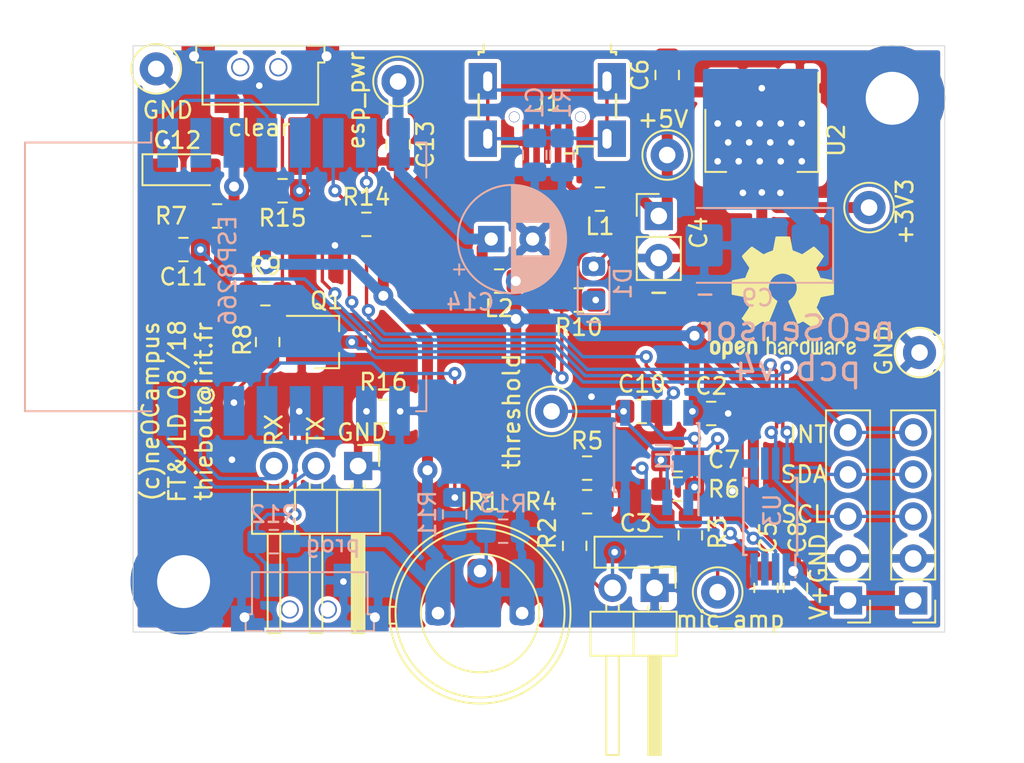
<source format=kicad_pcb>
(kicad_pcb (version 20171130) (host pcbnew "(5.1.8)-1")
  (title_block (title neOSensor) (date 2018-08-21) (rev v4))
  (layers (0 F.Cu jumper) (31 B.Cu signal) (34 B.Paste user) (35 F.Paste user) (36 B.SilkS user) (37 F.SilkS user) (38 B.Mask user) (39 F.Mask user) (44 Edge.Cuts user))
  (net 0 "")
  (net 1 "Net-(J1-Pad1)")
  (net 2 "Net-(J1-Pad2)")
  (net 3 "Net-(J1-Pad3)")
  (net 4 "Net-(J1-Pad4)")
  (net 5 GND)
  (net 6 "Net-(C1-Pad1)")
  (net 7 "Net-(Q1-Pad1)")
  (net 8 +3V3)
  (net 9 "Net-(IR1-Pad2)")
  (net 10 /RST)
  (net 11 "Net-(U4-Pad2)")
  (net 12 /SDA)
  (net 13 /SCL)
  (net 14 /NOISE)
  (net 15 /esp_pwr)
  (net 16 "Net-(R16-Pad2)")
  (net 17 "Net-(U4-Pad17)")
  (net 18 /GPIO0)
  (net 19 /IR)
  (net 20 /LED)
  (net 21 /RxD)
  (net 22 /TxD)
  (net 23 "Net-(C7-Pad1)")
  (net 24 +5V)
  (net 25 "Net-(C10-Pad1)")
  (net 26 "Net-(C7-Pad2)")
  (net 27 "Net-(C3-Pad2)")
  (net 28 /INT)
  (net 29 "Net-(C5-Pad1)")
  (net 30 "Net-(Q1-Pad3)")
  (net 31 "Net-(D1-Pad1)")
  (net 32 "Net-(C3-Pad1)")
  (net 33 "Net-(U3-Pad4)")
  (module Capacitor_Tantalum_SMD:CP_EIA-3216-12_Kemet-S_Pad1.58x1.35mm_HandSolder (layer F.Cu) (at 121.158 109.093)
    (fp_text reference C12 (at -0.381 -1.778) (layer F.SilkS))
    (fp_text value "100nF to 1µF*")
    (pad 2 smd roundrect (at 1.4375 0) (size 1.8 1.35) (drill (offset -0.1 0)) (layers F.Cu F.Paste F.Mask) (roundrect_rratio 0.185) (net 28 /INT))
    (pad 1 smd roundrect (at -1.4375 0) (size 1.8 1.35) (drill (offset 0.1 0)) (layers F.Cu F.Paste F.Mask) (roundrect_rratio 0.185) (net 10 /RST))
  )
  (module neosensor_addon:TSSOP-8_4.4x3mm_P0.65mm_handsolder (layer B.Cu) (at 156.591 130.048 90)
    (fp_text reference U3 (at 0.381 0.127 90) (layer B.SilkS) (effects (justify mirror)))
    (fp_text value MCP47FEB21)
    (pad 8 smd rect (at 2.95 0.975 90) (size 1.95 0.45) (drill (offset 0.25 0)) (layers B.Cu B.Paste B.Mask) (net 12 /SDA))
    (pad 7 smd rect (at 2.95 0.325 90) (size 1.95 0.45) (drill (offset 0.25 0)) (layers B.Cu B.Paste B.Mask) (net 13 /SCL))
    (pad 6 smd rect (at 2.95 -0.325 90) (size 1.95 0.45) (drill (offset 0.25 0)) (layers B.Cu B.Paste B.Mask) (net 5 GND))
    (pad 5 smd rect (at 2.95 -0.975 90) (size 1.95 0.45) (drill (offset 0.25 0)) (layers B.Cu B.Paste B.Mask) (net 5 GND))
    (pad 4 smd rect (at -2.95 -0.975 90) (size 1.95 0.45) (drill (offset -0.25 0)) (layers B.Cu B.Paste B.Mask) (net 33 "Net-(U3-Pad4)"))
    (pad 3 smd rect (at -2.95 -0.325 90) (size 1.95 0.45) (drill (offset -0.25 0)) (layers B.Cu B.Paste B.Mask) (net 25 "Net-(C10-Pad1)"))
    (pad 2 smd rect (at -2.95 0.325 90) (size 1.95 0.45) (drill (offset -0.25 0)) (layers B.Cu B.Paste B.Mask) (net 29 "Net-(C5-Pad1)"))
    (pad 1 smd rect (at -2.95 0.975 90) (size 1.95 0.45) (drill (offset -0.25 0)) (layers B.Cu B.Paste B.Mask) (net 8 +3V3))
  )
  (module Package_TO_SOT_SMD:SOT-23_Handsoldering (layer F.Cu) (at 129.794 119.507)
    (fp_text reference Q1 (at 0 -2.5) (layer F.SilkS))
    (fp_text value 2N7002)
    (pad 3 smd rect (at 1.5 0) (size 1.9 0.8) (layers F.Cu F.Paste F.Mask) (net 30 "Net-(Q1-Pad3)"))
    (pad 2 smd rect (at -1.5 0.95) (size 1.9 0.8) (layers F.Cu F.Paste F.Mask) (net 5 GND))
    (pad 1 smd rect (at -1.5 -0.95) (size 1.9 0.8) (layers F.Cu F.Paste F.Mask) (net 7 "Net-(Q1-Pad1)"))
  )
  (module TestPoint:TestPoint_Loop_D2.50mm_Drill1.0mm (layer F.Cu) (at 143.383 123.698)
    (fp_text reference threshold (at -2.413 0 90) (layer F.SilkS))
    (fp_text value Threshold)
    (pad 1 thru_hole circle (at 0 0) (size 2 2) (drill 1) (layers *.Cu *.Mask) (net 25 "Net-(C10-Pad1)"))
  )
  (module TestPoint:TestPoint_Loop_D2.50mm_Drill1.0mm (layer F.Cu) (at 134.112 103.759)
    (fp_text reference esp_pwr (at -2.54 1.143 90) (layer F.SilkS))
    (fp_text value esp_pwr)
    (pad 1 thru_hole circle (at 0 0) (size 2 2) (drill 1) (layers *.Cu *.Mask) (net 15 /esp_pwr))
  )
  (module TestPoint:TestPoint_Loop_D2.50mm_Drill1.0mm (layer F.Cu) (at 153.416 134.62)
    (fp_text reference mic_amp (at 0.762 1.651) (layer F.SilkS))
    (fp_text value MIC_AMP)
    (pad 1 thru_hole circle (at 0 0) (size 2 2) (drill 1) (layers *.Cu *.Mask) (net 23 "Net-(C7-Pad1)"))
  )
  (module TestPoint:TestPoint_Loop_D2.50mm_Drill1.0mm (layer F.Cu) (at 119.507 102.997)
    (fp_text reference GND (at 0.7 2.5) (layer F.SilkS))
    (fp_text value GND)
    (pad 1 thru_hole circle (at 0 0) (size 2 2) (drill 1) (layers *.Cu *.Mask) (net 5 GND))
  )
  (module TestPoint:TestPoint_Loop_D2.50mm_Drill1.0mm (layer F.Cu) (at 165.608 120.142)
    (fp_text reference GND (at -2.159 -0.127 90) (layer F.SilkS))
    (fp_text value GND)
    (pad 1 thru_hole circle (at 0 0) (size 2 2) (drill 1) (layers *.Cu *.Mask) (net 5 GND))
  )
  (module TestPoint:TestPoint_Loop_D2.50mm_Drill1.0mm (layer F.Cu) (at 162.56 111.379)
    (fp_text reference +3V3 (at 2.159 0.254 90) (layer F.SilkS))
    (fp_text value +3v3)
    (pad 1 thru_hole circle (at 0 0) (size 2 2) (drill 1) (layers *.Cu *.Mask) (net 8 +3V3))
  )
  (module TestPoint:TestPoint_Loop_D2.50mm_Drill1.0mm (layer F.Cu) (at 150.368 108.204 90)
    (fp_text reference +5V (at 2.159 -0.254) (layer F.SilkS))
    (fp_text value +5v)
    (pad 1 thru_hole circle (at 0 0 90) (size 2 2) (drill 1) (layers *.Cu *.Mask) (net 24 +5V))
  )
  (module neosensor_addon:G71Y_µsw_smd (layer B.Cu) (at 128.846 136.974)
    (fp_text reference prog (at 1.329 -5.275 180) (layer B.SilkS) (effects (justify mirror)))
    (fp_text value prog)
    (pad 3 smd rect (at -3.81 -0.381) (size 2 0.8) (layers B.Cu B.Paste B.Mask) (net 5 GND))
    (pad 3 smd rect (at -4.191 -0.762) (size 1.27 1.524) (layers B.Cu B.Paste B.Mask) (net 5 GND))
    (pad 3 smd rect (at 3.683 -0.381) (size 2 0.8) (layers B.Cu B.Paste B.Mask) (net 5 GND))
    (pad 3 smd rect (at 4.064 -0.762) (size 1.27 1.524) (layers B.Cu B.Paste B.Mask) (net 5 GND))
    (pad 1 smd rect (at -2.227 -2.667) (size 1.2 2) (drill (offset 0 -0.4)) (layers B.Cu B.Paste B.Mask) (net 18 /GPIO0))
    (pad 2 smd rect (at 1.973 -2.667) (size 1.2 2) (drill (offset 0 -0.4)) (layers B.Cu B.Paste B.Mask) (net 5 GND))
    (pad "" np_thru_hole circle (at -1.277 -1.3) (size 1.1 1.1) (drill 0.9) (layers *.Cu *.Mask))
    (pad "" np_thru_hole circle (at 1.023 -1.3) (size 1.1 1.1) (drill 0.9) (layers *.Cu *.Mask))
  )
  (module neosensor_addon:G71Y_µsw_smd (layer F.Cu) (at 125.857 101.6)
    (fp_text reference clear (at -0.127 4.953 180) (layer F.SilkS))
    (fp_text value clear)
    (pad 3 smd rect (at -3.81 0.381) (size 2 0.8) (layers F.Cu F.Paste F.Mask) (net 5 GND))
    (pad 3 smd rect (at -4.191 0.762) (size 1.27 1.524) (layers F.Cu F.Paste F.Mask) (net 5 GND))
    (pad 3 smd rect (at 3.683 0.381) (size 2 0.8) (layers F.Cu F.Paste F.Mask) (net 5 GND))
    (pad 3 smd rect (at 4.064 0.762) (size 1.27 1.524) (layers F.Cu F.Paste F.Mask) (net 5 GND))
    (pad 1 smd rect (at -2.227 2.667) (size 1.2 2) (drill (offset 0 0.4)) (layers F.Cu F.Paste F.Mask) (net 8 +3V3))
    (pad 2 smd rect (at 1.973 2.667) (size 1.2 2) (drill (offset 0 0.4)) (layers F.Cu F.Paste F.Mask) (net 7 "Net-(Q1-Pad1)"))
    (pad "" np_thru_hole circle (at -1.277 1.3) (size 1.1 1.1) (drill 0.9) (layers *.Cu *.Mask))
    (pad "" np_thru_hole circle (at 1.023 1.3) (size 1.1 1.1) (drill 0.9) (layers *.Cu *.Mask))
  )
  (module neosensor_addon:IRsensor_TH_and_smd (layer F.Cu) (at 139.065 135.89)
    (fp_text reference IR1 (at 0 -6.731) (layer F.SilkS))
    (fp_text value IRsensor)
    (pad 2 connect roundrect (at 0 -1.27) (size 1.524 4) (layers F.Cu F.Mask) (net 9 "Net-(IR1-Pad2)"))
    (pad 3 connect roundrect (at 2.54 -1.27) (size 1.524 4) (layers B.Cu B.Mask) (net 5 GND))
    (pad 1 connect roundrect (at -2.54 -1.27) (size 1.524 4) (layers B.Cu B.Mask) (net 8 +3V3))
    (pad 1 thru_hole circle (at -2.54 0) (size 1.524 1.524) (drill 0.762) (layers *.Cu *.Mask) (net 8 +3V3))
    (pad 2 thru_hole circle (at 0 -2.54) (size 1.524 1.524) (drill 0.762) (layers *.Cu *.Mask) (net 9 "Net-(IR1-Pad2)"))
    (pad 3 thru_hole circle (at 2.54 0) (size 1.524 1.524) (drill 0.762) (layers *.Cu *.Mask) (net 5 GND))
  )
  (module Package_SO:SOIC-8_3.9x4.9mm_P1.27mm (layer B.Cu) (at 149.733 126.492 90)
    (fp_text reference U1 (at 0 0.508 90) (layer B.SilkS) (effects (justify mirror)))
    (fp_text value AD8052)
    (pad 8 smd rect (at 2.7 1.905 90) (size 1.55 0.6) (layers B.Cu B.Paste B.Mask) (net 8 +3V3))
    (pad 7 smd rect (at 2.7 0.635 90) (size 1.55 0.6) (layers B.Cu B.Paste B.Mask) (net 14 /NOISE))
    (pad 6 smd rect (at 2.7 -0.635 90) (size 1.55 0.6) (layers B.Cu B.Paste B.Mask) (net 23 "Net-(C7-Pad1)"))
    (pad 5 smd rect (at 2.7 -1.905 90) (size 1.55 0.6) (layers B.Cu B.Paste B.Mask) (net 25 "Net-(C10-Pad1)"))
    (pad 4 smd rect (at -2.7 -1.905 90) (size 1.55 0.6) (layers B.Cu B.Paste B.Mask) (net 5 GND))
    (pad 3 smd rect (at -2.7 -0.635 90) (size 1.55 0.6) (layers B.Cu B.Paste B.Mask) (net 29 "Net-(C5-Pad1)"))
    (pad 2 smd rect (at -2.7 0.635 90) (size 1.55 0.6) (layers B.Cu B.Paste B.Mask) (net 26 "Net-(C7-Pad2)"))
    (pad 1 smd rect (at -2.7 1.905 90) (size 1.55 0.6) (layers B.Cu B.Paste B.Mask) (net 23 "Net-(C7-Pad1)"))
  )
  (module neosensor_addon:micro-usb-aliexpress (layer F.Cu) (at 143.129 101.6 180)
    (fp_text reference J1 (at 0 -3.429 180) (layer F.SilkS))
    (fp_text value USB_B_Micro)
    (pad 6 thru_hole rect (at 3.6 -5.62 180) (size 1.7 2.2) (drill oval 0.55 1.2 (offset 0.3 0)) (layers *.Cu *.Mask) (net 6 "Net-(C1-Pad1)"))
    (pad 6 thru_hole rect (at -3.6 -5.62 180) (size 1.7 2.2) (drill oval 0.55 1.2 (offset -0.3 0)) (layers *.Cu *.Mask) (net 6 "Net-(C1-Pad1)"))
    (pad "" np_thru_hole circle (at 2 -4.3 180) (size 0.65 0.65) (drill 0.6) (layers *.Cu *.Mask))
    (pad "" np_thru_hole circle (at -2 -4.3 180) (size 0.65 0.65) (drill 0.6) (layers *.Cu *.Mask))
    (pad 6 thru_hole rect (at 3.6 -2.15 180) (size 1.7 2.2) (drill oval 0.55 1.2 (offset 0.3 0)) (layers *.Cu *.Mask) (net 6 "Net-(C1-Pad1)"))
    (pad 6 thru_hole rect (at -3.6 -2.15 180) (size 1.7 2.2) (drill oval 0.55 1.2 (offset -0.3 0)) (layers *.Cu *.Mask) (net 6 "Net-(C1-Pad1)"))
    (pad 5 smd rect (at 1.3 -5.31 180) (size 0.4 2.65) (drill (offset 0 -0.5)) (layers F.Cu F.Paste F.Mask) (net 5 GND))
    (pad 4 smd rect (at 0.65 -5.31 180) (size 0.4 2.65) (drill (offset 0 -0.5)) (layers F.Cu F.Paste F.Mask) (net 4 "Net-(J1-Pad4)"))
    (pad 3 smd rect (at 0 -5.31 180) (size 0.4 2.65) (drill (offset 0 -0.5)) (layers F.Cu F.Paste F.Mask) (net 3 "Net-(J1-Pad3)"))
    (pad 2 smd rect (at -0.65 -5.31 180) (size 0.4 2.65) (drill (offset 0 -0.5)) (layers F.Cu F.Paste F.Mask) (net 2 "Net-(J1-Pad2)"))
    (pad 1 smd rect (at -1.3 -5.31 180) (size 0.4 2.65) (drill (offset 0 -0.5)) (layers F.Cu F.Paste F.Mask) (net 1 "Net-(J1-Pad1)"))
  )
  (module neosensor_addon:ESP-12F-nospi (layer B.Cu) (at 123.698 115.57 270)
    (fp_text reference ESP8266 (at -0.381 -0.127 270) (layer B.SilkS) (effects (justify mirror)))
    (fp_text value ESP-12F-nospi)
    (pad 22 smd rect (at 7.6 3.5 270) (size 3 1.25) (drill (offset 0.5 0)) (layers B.Cu B.Paste B.Mask) (net 22 /TxD))
    (pad 21 smd rect (at 7.6 1.5 270) (size 3 1.25) (drill (offset 0.5 0)) (layers B.Cu B.Paste B.Mask) (net 21 /RxD))
    (pad 20 smd rect (at 7.6 -0.5 270) (size 3 1.25) (drill (offset 0.5 0)) (layers B.Cu B.Paste B.Mask) (net 20 /LED))
    (pad 19 smd rect (at 7.6 -2.5 270) (size 3 1.25) (drill (offset 0.5 0)) (layers B.Cu B.Paste B.Mask) (net 19 /IR))
    (pad 18 smd rect (at 7.6 -4.5 270) (size 3 1.25) (drill (offset 0.5 0)) (layers B.Cu B.Paste B.Mask) (net 18 /GPIO0))
    (pad 17 smd rect (at 7.6 -6.5 270) (size 3 1.25) (drill (offset 0.5 0)) (layers B.Cu B.Paste B.Mask) (net 17 "Net-(U4-Pad17)"))
    (pad 16 smd rect (at 7.6 -8.5 270) (size 3 1.25) (drill (offset 0.5 0)) (layers B.Cu B.Paste B.Mask) (net 16 "Net-(R16-Pad2)"))
    (pad 15 smd rect (at 7.6 -10.5 270) (size 3 1.25) (drill (offset 0.5 0)) (layers B.Cu B.Paste B.Mask) (net 5 GND))
    (pad 8 smd rect (at -7.6 -10.5 270) (size 3 1.25) (drill (offset -0.5 0)) (layers B.Cu B.Paste B.Mask) (net 15 /esp_pwr))
    (pad 7 smd rect (at -7.6 -8.5 270) (size 3 1.25) (drill (offset -0.5 0)) (layers B.Cu B.Paste B.Mask) (net 14 /NOISE))
    (pad 6 smd rect (at -7.6 -6.5 270) (size 3 1.25) (drill (offset -0.5 0)) (layers B.Cu B.Paste B.Mask) (net 13 /SCL))
    (pad 5 smd rect (at -7.6 -4.5 270) (size 3 1.25) (drill (offset -0.5 0)) (layers B.Cu B.Paste B.Mask) (net 12 /SDA))
    (pad 4 smd rect (at -7.6 -2.5 270) (size 3 1.25) (drill (offset -0.5 0)) (layers B.Cu B.Paste B.Mask) (net 10 /RST))
    (pad 3 smd rect (at -7.6 -0.5 270) (size 3 1.25) (drill (offset -0.5 0)) (layers B.Cu B.Paste B.Mask) (net 8 +3V3))
    (pad 2 smd rect (at -7.6 1.5 270) (size 3 1.25) (drill (offset -0.5 0)) (layers B.Cu B.Paste B.Mask) (net 11 "Net-(U4-Pad2)"))
    (pad 1 smd rect (at -7.6 3.5 270) (size 3 1.25) (drill (offset -0.5 0)) (layers B.Cu B.Paste B.Mask) (net 10 /RST))
  )
  (module MountingHole:MountingHole_3.2mm_M3_Pad (layer F.Cu) (at 163.957 104.775)
    (fp_text reference MH1 hide)
    (fp_text value "3.2mm for M3 screw")
    (pad 1 thru_hole circle (at 0 0) (size 6.4 6.4) (drill 3.2) (layers *.Cu *.Mask) (net 5 GND))
  )
  (module MountingHole:MountingHole_3.2mm_M3_Pad (layer F.Cu) (at 121.158 133.985)
    (fp_text reference MH2 hide)
    (fp_text value "3.2mm for M3 screw")
    (pad 1 thru_hole circle (at 0 0) (size 6.4 6.4) (drill 3.2) (layers *.Cu *.Mask) (net 5 GND))
  )
  (module Capacitor_SMD:C_0805_2012Metric_Pad1.15x1.40mm_HandSolder (layer F.Cu) (at 134.112 107.569 270)
    (fp_text reference C13 (at 0 -1.65 270) (layer F.SilkS))
    (fp_text value 100nF)
    (pad 2 smd roundrect (at 1.025 0 270) (size 1.15 1.4) (layers F.Cu F.Paste F.Mask) (roundrect_rratio 0.217391) (net 5 GND))
    (pad 1 smd roundrect (at -1.025 0 270) (size 1.15 1.4) (layers F.Cu F.Paste F.Mask) (roundrect_rratio 0.217391) (net 15 /esp_pwr))
  )
  (module Capacitor_SMD:C_0805_2012Metric_Pad1.15x1.40mm_HandSolder (layer F.Cu) (at 121.149 113.919 180)
    (fp_text reference C11 (at 0 -1.65 180) (layer F.SilkS))
    (fp_text value 100n)
    (pad 2 smd roundrect (at 1.025 0 180) (size 1.15 1.4) (layers F.Cu F.Paste F.Mask) (roundrect_rratio 0.217391) (net 5 GND))
    (pad 1 smd roundrect (at -1.025 0 180) (size 1.15 1.4) (layers F.Cu F.Paste F.Mask) (roundrect_rratio 0.217391) (net 28 /INT))
  )
  (module Capacitor_SMD:C_0805_2012Metric_Pad1.15x1.40mm_HandSolder (layer F.Cu) (at 148.835 123.698)
    (fp_text reference C10 (at 0 -1.65) (layer F.SilkS))
    (fp_text value 100n)
    (pad 2 smd roundrect (at 1.025 0) (size 1.15 1.4) (layers F.Cu F.Paste F.Mask) (roundrect_rratio 0.217391) (net 5 GND))
    (pad 1 smd roundrect (at -1.025 0) (size 1.15 1.4) (layers F.Cu F.Paste F.Mask) (roundrect_rratio 0.217391) (net 25 "Net-(C10-Pad1)"))
  )
  (module Capacitor_SMD:C_0805_2012Metric_Pad1.15x1.40mm_HandSolder (layer F.Cu) (at 158.115 134.366 90)
    (fp_text reference C8 (at 3.048 0.127 90) (layer F.SilkS))
    (fp_text value 100n)
    (pad 2 smd roundrect (at 1.025 0 90) (size 1.15 1.4) (layers F.Cu F.Paste F.Mask) (roundrect_rratio 0.217391) (net 8 +3V3))
    (pad 1 smd roundrect (at -1.025 0 90) (size 1.15 1.4) (layers F.Cu F.Paste F.Mask) (roundrect_rratio 0.217391) (net 5 GND))
  )
  (module Capacitor_SMD:C_0805_2012Metric_Pad1.15x1.40mm_HandSolder (layer F.Cu) (at 151.003 126.619 180)
    (fp_text reference C7 (at -2.794 0 180) (layer F.SilkS))
    (fp_text value 120p)
    (pad 2 smd roundrect (at 1.025 0 180) (size 1.15 1.4) (layers F.Cu F.Paste F.Mask) (roundrect_rratio 0.217391) (net 26 "Net-(C7-Pad2)"))
    (pad 1 smd roundrect (at -1.025 0 180) (size 1.15 1.4) (layers F.Cu F.Paste F.Mask) (roundrect_rratio 0.217391) (net 23 "Net-(C7-Pad1)"))
  )
  (module Capacitor_SMD:C_0805_2012Metric_Pad1.15x1.40mm_HandSolder (layer F.Cu) (at 150.368 103.369 90)
    (fp_text reference C6 (at 0 -1.65 90) (layer F.SilkS))
    (fp_text value 100nF)
    (pad 2 smd roundrect (at 1.025 0 90) (size 1.15 1.4) (layers F.Cu F.Paste F.Mask) (roundrect_rratio 0.217391) (net 5 GND))
    (pad 1 smd roundrect (at -1.025 0 90) (size 1.15 1.4) (layers F.Cu F.Paste F.Mask) (roundrect_rratio 0.217391) (net 24 +5V))
  )
  (module Capacitor_SMD:C_0805_2012Metric_Pad1.15x1.40mm_HandSolder (layer F.Cu) (at 156.337 134.366 270)
    (fp_text reference C5 (at -3.048 -0.127 270) (layer F.SilkS))
    (fp_text value 100n)
    (pad 2 smd roundrect (at 1.025 0 270) (size 1.15 1.4) (layers F.Cu F.Paste F.Mask) (roundrect_rratio 0.217391) (net 5 GND))
    (pad 1 smd roundrect (at -1.025 0 270) (size 1.15 1.4) (layers F.Cu F.Paste F.Mask) (roundrect_rratio 0.217391) (net 29 "Net-(C5-Pad1)"))
  )
  (module Capacitor_SMD:C_0805_2012Metric_Pad1.15x1.40mm_HandSolder (layer B.Cu) (at 142.367 108.204 270)
    (fp_text reference C1 (at -3.175 0 270) (layer B.SilkS) (effects (justify mirror)))
    (fp_text value 4n7)
    (pad 2 smd roundrect (at 1.025 0 270) (size 1.15 1.4) (layers B.Cu B.Paste B.Mask) (roundrect_rratio 0.217391) (net 5 GND))
    (pad 1 smd roundrect (at -1.025 0 270) (size 1.15 1.4) (layers B.Cu B.Paste B.Mask) (roundrect_rratio 0.217391) (net 6 "Net-(C1-Pad1)"))
  )
  (module Capacitor_SMD:C_0805_2012Metric_Pad1.15x1.40mm_HandSolder (layer F.Cu) (at 153.026 123.825 180)
    (fp_text reference C2 (at 0 1.651 180) (layer F.SilkS))
    (fp_text value 100n)
    (pad 2 smd roundrect (at 1.025 0 180) (size 1.15 1.4) (layers F.Cu F.Paste F.Mask) (roundrect_rratio 0.217391) (net 8 +3V3))
    (pad 1 smd roundrect (at -1.025 0 180) (size 1.15 1.4) (layers F.Cu F.Paste F.Mask) (roundrect_rratio 0.217391) (net 5 GND))
  )
  (module Capacitor_THT:CP_Radial_D6.3mm_P2.50mm (layer B.Cu) (at 139.74 113.284)
    (fp_text reference C14 (at -1.27 3.81) (layer B.SilkS) (effects (justify mirror)))
    (fp_text value "470µ 6.3v")
    (pad 2 thru_hole circle (at 2.5 0) (size 1.6 1.6) (drill 0.8) (layers *.Cu *.Mask) (net 5 GND))
    (pad 1 thru_hole rect (at 0 0) (size 1.6 1.6) (drill 0.8) (layers *.Cu *.Mask) (net 15 /esp_pwr))
  )
  (module Capacitor_Tantalum_SMD:CP_EIA-3216-18_Kemet-A_Pad1.58x1.35mm_HandSolder (layer F.Cu) (at 148.463 132.207)
    (fp_text reference C3 (at 0 -1.75) (layer F.SilkS))
    (fp_text value "1µ tantale")
    (pad 2 smd roundrect (at 1.4375 0) (size 1.575 1.35) (layers F.Cu F.Paste F.Mask) (roundrect_rratio 0.185185) (net 27 "Net-(C3-Pad2)"))
    (pad 1 smd roundrect (at -1.4375 0) (size 1.575 1.35) (layers F.Cu F.Paste F.Mask) (roundrect_rratio 0.185185) (net 32 "Net-(C3-Pad1)"))
  )
  (module Capacitor_Tantalum_SMD:CP_EIA-7343-31_Kemet-D_Pad2.25x2.55mm_HandSolder (layer B.Cu) (at 155.804 113.665 180)
    (fp_text reference C9 (at -0.025 -3.175 180) (layer B.SilkS) (effects (justify mirror)))
    (fp_text value "220µF 6.3v")
    (pad 2 smd roundrect (at 3.2 0 180) (size 2.25 2.55) (layers B.Cu B.Paste B.Mask) (roundrect_rratio 0.111111) (net 5 GND))
    (pad 1 smd roundrect (at -3.2 0 180) (size 2.25 2.55) (layers B.Cu B.Paste B.Mask) (roundrect_rratio 0.111111) (net 8 +3V3))
  )
  (module Connector_PinHeader_2.54mm:PinHeader_1x02_P2.54mm_Horizontal (layer F.Cu) (at 149.606 134.366 270)
    (fp_text reference MK1 hide)
    (fp_text value Microphone)
    (pad 2 thru_hole oval (at 0 2.54 270) (size 1.7 1.7) (drill 1) (layers *.Cu *.Mask) (net 32 "Net-(C3-Pad1)"))
    (pad 1 thru_hole rect (at 0 0 270) (size 1.7 1.7) (drill 1) (layers *.Cu *.Mask) (net 5 GND))
  )
  (module Connector_PinHeader_2.54mm:PinHeader_1x02_P2.54mm_Vertical (layer F.Cu) (at 149.86 111.887)
    (fp_text reference C4 (at 2.413 1.016 270) (layer F.SilkS))
    (fp_text value "10µF (opt)")
    (pad 2 thru_hole oval (at 0 2.54) (size 1.7 1.7) (drill 1) (layers *.Cu *.Mask) (net 5 GND))
    (pad 1 thru_hole rect (at 0 0) (size 1.7 1.7) (drill 1) (layers *.Cu *.Mask) (net 24 +5V))
  )
  (module Connector_PinHeader_2.54mm:PinHeader_1x03_P2.54mm_Horizontal (layer F.Cu) (at 131.699 127 270)
    (fp_text reference J4 hide)
    (fp_text value Conn_01x03)
    (pad 3 thru_hole oval (at 0 5.08 270) (size 1.7 1.7) (drill 1) (layers *.Cu *.Mask) (net 21 /RxD))
    (pad 2 thru_hole oval (at 0 2.54 270) (size 1.7 1.7) (drill 1) (layers *.Cu *.Mask) (net 22 /TxD))
    (pad 1 thru_hole rect (at 0 0 270) (size 1.7 1.7) (drill 1) (layers *.Cu *.Mask) (net 5 GND))
  )
  (module Connector_PinHeader_2.54mm:PinHeader_1x05_P2.54mm_Vertical (layer F.Cu) (at 161.29 135.128 180)
    (fp_text reference J2 hide)
    (fp_text value Conn_01x05)
    (pad 5 thru_hole oval (at 0 10.16 180) (size 1.7 1.7) (drill 1) (layers *.Cu *.Mask) (net 28 /INT))
    (pad 4 thru_hole oval (at 0 7.62 180) (size 1.7 1.7) (drill 1) (layers *.Cu *.Mask) (net 12 /SDA))
    (pad 3 thru_hole oval (at 0 5.08 180) (size 1.7 1.7) (drill 1) (layers *.Cu *.Mask) (net 13 /SCL))
    (pad 2 thru_hole oval (at 0 2.54 180) (size 1.7 1.7) (drill 1) (layers *.Cu *.Mask) (net 5 GND))
    (pad 1 thru_hole rect (at 0 0 180) (size 1.7 1.7) (drill 1) (layers *.Cu *.Mask) (net 8 +3V3))
  )
  (module Connector_PinHeader_2.54mm:PinHeader_1x05_P2.54mm_Vertical (layer F.Cu) (at 165.227 135.128 180)
    (fp_text reference J3 hide)
    (fp_text value Conn_01x05)
    (pad 5 thru_hole oval (at 0 10.16 180) (size 1.7 1.7) (drill 1) (layers *.Cu *.Mask) (net 28 /INT))
    (pad 4 thru_hole oval (at 0 7.62 180) (size 1.7 1.7) (drill 1) (layers *.Cu *.Mask) (net 12 /SDA))
    (pad 3 thru_hole oval (at 0 5.08 180) (size 1.7 1.7) (drill 1) (layers *.Cu *.Mask) (net 13 /SCL))
    (pad 2 thru_hole oval (at 0 2.54 180) (size 1.7 1.7) (drill 1) (layers *.Cu *.Mask) (net 5 GND))
    (pad 1 thru_hole rect (at 0 0 180) (size 1.7 1.7) (drill 1) (layers *.Cu *.Mask) (net 8 +3V3))
  )
  (module LED_SMD:LED_0805_2012Metric_Pad1.15x1.40mm_HandSolder (layer B.Cu) (at 145.923 115.96 90)
    (fp_text reference D1 (at 0 1.778 90) (layer B.SilkS) (effects (justify mirror)))
    (fp_text value Red)
    (pad 2 smd roundrect (at 1.025 0 90) (size 1.15 1.4) (layers B.Cu B.Paste B.Mask) (roundrect_rratio 0.217391) (net 24 +5V))
    (pad 1 smd roundrect (at -1.025 0 90) (size 1.15 1.4) (layers B.Cu B.Paste B.Mask) (roundrect_rratio 0.217391) (net 31 "Net-(D1-Pad1)"))
  )
  (module Package_TO_SOT_SMD:SOT-223-3_TabPin2 (layer F.Cu) (at 156.083 107.315 270)
    (fp_text reference U2 (at 0 -4.5 270) (layer F.SilkS))
    (fp_text value AMS1117-3.3)
    (pad 1 smd rect (at -3.15 -2.3 270) (size 2 1.5) (layers F.Cu F.Paste F.Mask) (net 5 GND))
    (pad 3 smd rect (at -3.15 2.3 270) (size 2 1.5) (layers F.Cu F.Paste F.Mask) (net 24 +5V))
    (pad 2 smd rect (at -3.15 0 270) (size 2 1.5) (layers F.Cu F.Paste F.Mask) (net 8 +3V3))
    (pad 2 smd rect (at 3.15 0 270) (size 2 3.8) (layers F.Cu F.Paste F.Mask) (net 8 +3V3))
  )
  (module Resistor_SMD:R_0805_2012Metric_Pad1.15x1.40mm_HandSolder (layer B.Cu) (at 126.61 131.572 180)
    (fp_text reference R12 (at 0 1.65 180) (layer B.SilkS) (effects (justify mirror)))
    (fp_text value 10K)
    (pad 2 smd roundrect (at 1.025 0 180) (size 1.15 1.4) (layers B.Cu B.Paste B.Mask) (roundrect_rratio 0.217391) (net 18 /GPIO0))
    (pad 1 smd roundrect (at -1.025 0 180) (size 1.15 1.4) (layers B.Cu B.Paste B.Mask) (roundrect_rratio 0.217391) (net 8 +3V3))
  )
  (module Resistor_SMD:R_0805_2012Metric_Pad1.15x1.40mm_HandSolder (layer B.Cu) (at 140.462 130.937 180)
    (fp_text reference R13 (at 0 1.651 180) (layer B.SilkS) (effects (justify mirror)))
    (fp_text value 15K)
    (pad 2 smd roundrect (at 1.025 0 180) (size 1.15 1.4) (layers B.Cu B.Paste B.Mask) (roundrect_rratio 0.217391) (net 9 "Net-(IR1-Pad2)"))
    (pad 1 smd roundrect (at -1.025 0 180) (size 1.15 1.4) (layers B.Cu B.Paste B.Mask) (roundrect_rratio 0.217391) (net 5 GND))
  )
  (module Resistor_SMD:R_0805_2012Metric_Pad1.15x1.40mm_HandSolder (layer F.Cu) (at 132.198 112.395)
    (fp_text reference R14 (at 0 -1.65) (layer F.SilkS))
    (fp_text value 4K7)
    (pad 2 smd roundrect (at 1.025 0) (size 1.15 1.4) (layers F.Cu F.Paste F.Mask) (roundrect_rratio 0.217391) (net 8 +3V3))
    (pad 1 smd roundrect (at -1.025 0) (size 1.15 1.4) (layers F.Cu F.Paste F.Mask) (roundrect_rratio 0.217391) (net 13 /SCL))
  )
  (module Resistor_SMD:R_0805_2012Metric_Pad1.15x1.40mm_HandSolder (layer F.Cu) (at 127.136 110.363 180)
    (fp_text reference R15 (at 0 -1.65 180) (layer F.SilkS))
    (fp_text value 4K7)
    (pad 2 smd roundrect (at 1.025 0 180) (size 1.15 1.4) (layers F.Cu F.Paste F.Mask) (roundrect_rratio 0.217391) (net 8 +3V3))
    (pad 1 smd roundrect (at -1.025 0 180) (size 1.15 1.4) (layers F.Cu F.Paste F.Mask) (roundrect_rratio 0.217391) (net 12 /SDA))
  )
  (module Resistor_SMD:R_0805_2012Metric_Pad1.15x1.40mm_HandSolder (layer F.Cu) (at 133.214 123.698 180)
    (fp_text reference R16 (at -0.009 1.778 180) (layer F.SilkS))
    (fp_text value 470)
    (pad 2 smd roundrect (at 1.025 0 180) (size 1.15 1.4) (layers F.Cu F.Paste F.Mask) (roundrect_rratio 0.217391) (net 16 "Net-(R16-Pad2)"))
    (pad 1 smd roundrect (at -1.025 0 180) (size 1.15 1.4) (layers F.Cu F.Paste F.Mask) (roundrect_rratio 0.217391) (net 5 GND))
  )
  (module Resistor_SMD:R_0805_2012Metric_Pad1.15x1.40mm_HandSolder (layer F.Cu) (at 140.217 115.824)
    (fp_text reference L2 (at -0.009 1.651) (layer F.SilkS))
    (fp_text value "Ferrite 470R")
    (pad 2 smd roundrect (at 1.025 0) (size 1.15 1.4) (layers F.Cu F.Paste F.Mask) (roundrect_rratio 0.217391) (net 8 +3V3))
    (pad 1 smd roundrect (at -1.025 0) (size 1.15 1.4) (layers F.Cu F.Paste F.Mask) (roundrect_rratio 0.217391) (net 15 /esp_pwr))
  )
  (module Resistor_SMD:R_0805_2012Metric_Pad1.15x1.40mm_HandSolder (layer F.Cu) (at 146.304 110.871 180)
    (fp_text reference L1 (at 0 -1.65 180) (layer F.SilkS))
    (fp_text value "Ferrite 470R")
    (pad 2 smd roundrect (at 1.025 0 180) (size 1.15 1.4) (layers F.Cu F.Paste F.Mask) (roundrect_rratio 0.217391) (net 1 "Net-(J1-Pad1)"))
    (pad 1 smd roundrect (at -1.025 0 180) (size 1.15 1.4) (layers F.Cu F.Paste F.Mask) (roundrect_rratio 0.217391) (net 24 +5V))
  )
  (module Resistor_SMD:R_0805_2012Metric_Pad1.15x1.40mm_HandSolder (layer B.Cu) (at 137.532 129.921 90)
    (fp_text reference R11 (at 0 -1.642 270) (layer B.SilkS) (effects (justify mirror)))
    (fp_text value 330)
    (pad 2 smd roundrect (at 1.025 0 90) (size 1.15 1.4) (layers B.Cu B.Paste B.Mask) (roundrect_rratio 0.217391) (net 19 /IR))
    (pad 1 smd roundrect (at -1.025 0 90) (size 1.15 1.4) (layers B.Cu B.Paste B.Mask) (roundrect_rratio 0.217391) (net 9 "Net-(IR1-Pad2)"))
  )
  (module Resistor_SMD:R_0805_2012Metric_Pad1.15x1.40mm_HandSolder (layer B.Cu) (at 144.018 108.204 270)
    (fp_text reference R1 (at -3.175 0 90) (layer B.SilkS) (effects (justify mirror)))
    (fp_text value 1M)
    (pad 2 smd roundrect (at 1.025 0 270) (size 1.15 1.4) (layers B.Cu B.Paste B.Mask) (roundrect_rratio 0.217391) (net 5 GND))
    (pad 1 smd roundrect (at -1.025 0 270) (size 1.15 1.4) (layers B.Cu B.Paste B.Mask) (roundrect_rratio 0.217391) (net 6 "Net-(C1-Pad1)"))
  )
  (module Resistor_SMD:R_0805_2012Metric_Pad1.15x1.40mm_HandSolder (layer F.Cu) (at 144.78 131.826 270)
    (fp_text reference R2 (at -0.762 1.651 270) (layer F.SilkS))
    (fp_text value 2K)
    (pad 2 smd roundrect (at 1.025 0 270) (size 1.15 1.4) (layers F.Cu F.Paste F.Mask) (roundrect_rratio 0.217391) (net 32 "Net-(C3-Pad1)"))
    (pad 1 smd roundrect (at -1.025 0 270) (size 1.15 1.4) (layers F.Cu F.Paste F.Mask) (roundrect_rratio 0.217391) (net 8 +3V3))
  )
  (module Resistor_SMD:R_0805_2012Metric_Pad1.15x1.40mm_HandSolder (layer F.Cu) (at 145.025 116.967 180)
    (fp_text reference R10 (at 0 -1.65 180) (layer F.SilkS))
    (fp_text value 68)
    (pad 2 smd roundrect (at 1.025 0 180) (size 1.15 1.4) (layers F.Cu F.Paste F.Mask) (roundrect_rratio 0.217391) (net 30 "Net-(Q1-Pad3)"))
    (pad 1 smd roundrect (at -1.025 0 180) (size 1.15 1.4) (layers F.Cu F.Paste F.Mask) (roundrect_rratio 0.217391) (net 31 "Net-(D1-Pad1)"))
  )
  (module Resistor_SMD:R_0805_2012Metric_Pad1.15x1.40mm_HandSolder (layer F.Cu) (at 145.533 129.159)
    (fp_text reference R4 (at -2.785 0) (layer F.SilkS))
    (fp_text value 10K)
    (pad 2 smd roundrect (at 1.025 0) (size 1.15 1.4) (layers F.Cu F.Paste F.Mask) (roundrect_rratio 0.217391) (net 29 "Net-(C5-Pad1)"))
    (pad 1 smd roundrect (at -1.025 0) (size 1.15 1.4) (layers F.Cu F.Paste F.Mask) (roundrect_rratio 0.217391) (net 8 +3V3))
  )
  (module Resistor_SMD:R_0805_2012Metric_Pad1.15x1.40mm_HandSolder (layer F.Cu) (at 145.533 127.127 180)
    (fp_text reference R5 (at 0 1.651 180) (layer F.SilkS))
    (fp_text value 10K)
    (pad 2 smd roundrect (at 1.025 0 180) (size 1.15 1.4) (layers F.Cu F.Paste F.Mask) (roundrect_rratio 0.217391) (net 5 GND))
    (pad 1 smd roundrect (at -1.025 0 180) (size 1.15 1.4) (layers F.Cu F.Paste F.Mask) (roundrect_rratio 0.217391) (net 29 "Net-(C5-Pad1)"))
  )
  (module Resistor_SMD:R_0805_2012Metric_Pad1.15x1.40mm_HandSolder (layer F.Cu) (at 151.003 128.397 180)
    (fp_text reference R6 (at -2.794 0 180) (layer F.SilkS))
    (fp_text value 100K)
    (pad 2 smd roundrect (at 1.025 0 180) (size 1.15 1.4) (layers F.Cu F.Paste F.Mask) (roundrect_rratio 0.217391) (net 26 "Net-(C7-Pad2)"))
    (pad 1 smd roundrect (at -1.025 0 180) (size 1.15 1.4) (layers F.Cu F.Paste F.Mask) (roundrect_rratio 0.217391) (net 23 "Net-(C7-Pad1)"))
  )
  (module Resistor_SMD:R_0805_2012Metric_Pad1.15x1.40mm_HandSolder (layer F.Cu) (at 123.181 111.887 180)
    (fp_text reference R7 (at 2.785 0 180) (layer F.SilkS))
    (fp_text value 10K)
    (pad 2 smd roundrect (at 1.025 0 180) (size 1.15 1.4) (layers F.Cu F.Paste F.Mask) (roundrect_rratio 0.217391) (net 28 /INT))
    (pad 1 smd roundrect (at -1.025 0 180) (size 1.15 1.4) (layers F.Cu F.Paste F.Mask) (roundrect_rratio 0.217391) (net 8 +3V3))
  )
  (module Resistor_SMD:R_0805_2012Metric_Pad1.15x1.40mm_HandSolder (layer F.Cu) (at 126.238 119.507 270)
    (fp_text reference R8 (at -0.127 1.524 270) (layer F.SilkS))
    (fp_text value 470)
    (pad 2 smd roundrect (at 1.025 0 270) (size 1.15 1.4) (layers F.Cu F.Paste F.Mask) (roundrect_rratio 0.217391) (net 20 /LED))
    (pad 1 smd roundrect (at -1.025 0 270) (size 1.15 1.4) (layers F.Cu F.Paste F.Mask) (roundrect_rratio 0.217391) (net 7 "Net-(Q1-Pad1)"))
  )
  (module Resistor_SMD:R_0805_2012Metric_Pad1.15x1.40mm_HandSolder (layer F.Cu) (at 126.102 116.586)
    (fp_text reference R9 (at 0 -1.65) (layer F.SilkS))
    (fp_text value 15K)
    (pad 2 smd roundrect (at 1.025 0) (size 1.15 1.4) (layers F.Cu F.Paste F.Mask) (roundrect_rratio 0.217391) (net 7 "Net-(Q1-Pad1)"))
    (pad 1 smd roundrect (at -1.025 0) (size 1.15 1.4) (layers F.Cu F.Paste F.Mask) (roundrect_rratio 0.217391) (net 5 GND))
  )
  (module Resistor_SMD:R_0805_2012Metric_Pad1.15x1.40mm_HandSolder (layer F.Cu) (at 151.765 131.191 270)
    (fp_text reference R3 (at -0.127 -1.651 270) (layer F.SilkS))
    (fp_text value 1K)
    (pad 2 smd roundrect (at 1.025 0 270) (size 1.15 1.4) (layers F.Cu F.Paste F.Mask) (roundrect_rratio 0.217391) (net 27 "Net-(C3-Pad2)"))
    (pad 1 smd roundrect (at -1.025 0 270) (size 1.15 1.4) (layers F.Cu F.Paste F.Mask) (roundrect_rratio 0.217391) (net 26 "Net-(C7-Pad2)"))
  )
  (module Symbol:OSHW-Logo2_9.8x8mm_SilkScreen (layer F.Cu) (at 157.353 116.84)
    (fp_text reference REF** hide)
    (fp_text value OSHW-Logo2_9.8x8mm_SilkScreen hide)
  )
  (gr_text "neOSensor\npcb v4" (at 158.242 119.888) (layer B.SilkS) (effects (font (size 1.5 1.5) (thickness 0.2)) (justify mirror)))
  (gr_text "(c)neOCampus\nFT&JLD 08/18\nthiebolt@irit.fr" (at 120.777 123.698 90) (layer F.SilkS) (effects (font (size 1 1))))
  (gr_text INT (at 158.877 125.095) (layer F.SilkS) (effects (font (size 1 1))))
  (gr_text SDA (at 158.623 127.508) (layer F.SilkS) (effects (font (size 1 1))))
  (gr_text SCL (at 158.623 129.921) (layer F.SilkS) (effects (font (size 1 1))))
  (gr_text GND (at 159.512 132.588 90) (layer F.SilkS) (effects (font (size 1 1))))
  (gr_text V+ (at 159.512 135.255 90) (layer F.SilkS) (effects (font (size 1 1))))
  (gr_text - (at 149.86 116.459) (layer F.SilkS) (effects (font (size 1 1))))
  (gr_text - (at 152.654 116.713 180) (layer B.SilkS) (effects (font (size 1 1)) (justify mirror)))
  (gr_text - (at 145.923 118.364 180) (layer B.SilkS) (effects (font (size 1 1)) (justify mirror)))
  (gr_text GND (at 131.953 124.968) (layer F.SilkS) (effects (font (size 1 1))))
  (gr_text TX (at 129.159 124.841 90) (layer F.SilkS) (effects (font (size 1 1))))
  (gr_text RX (at 126.619 124.841 90) (layer F.SilkS) (effects (font (size 1 1))))
  (gr_line (start 118.11 137.033) (end 118.11 101.6) (layer Edge.Cuts) (width 0.05))
  (gr_line (start 167.132 137.033) (end 118.11 137.033) (layer Edge.Cuts) (width 0.05))
  (gr_line (start 167.132 101.6) (end 167.132 137.033) (layer Edge.Cuts) (width 0.05))
  (gr_line (start 118.11 101.6) (end 167.132 101.6) (layer Edge.Cuts) (width 0.05))
  (segment (start 144.429 110.021) (end 145.279 110.871) (width 0.4) (layer F.Cu) (net 1))
  (segment (start 144.429 106.91) (end 144.429 110.021) (width 0.4) (layer F.Cu) (net 1))
  (via (at 130.81 133.985) (size 0.8) (drill 0.4) (layers F.Cu B.Cu) (net 5))
  (via (at 154.051 123.825) (size 0.8) (drill 0.4) (layers F.Cu B.Cu) (net 5))
  (via (at 121.793 102.235) (size 1.2) (drill 0.6) (layers F.Cu B.Cu) (net 5))
  (via (at 134.239 123.698) (size 0.8) (drill 0.4) (layers F.Cu B.Cu) (net 5))
  (via (at 129.794 102.235) (size 1.2) (drill 0.6) (layers F.Cu B.Cu) (net 5))
  (via (at 124.841 136.144) (size 1.2) (drill 0.6) (layers F.Cu B.Cu) (net 5))
  (via (at 132.715 136.144) (size 1.2) (drill 0.6) (layers F.Cu B.Cu) (net 5))
  (via (at 125.73 104.013) (size 0.8) (drill 0.4) (layers F.Cu B.Cu) (net 5))
  (via (at 154.305 128.524) (size 0.8) (drill 0.4) (layers F.Cu B.Cu) (net 5))
  (via (at 130.302 113.665) (size 0.8) (drill 0.4) (layers F.Cu B.Cu) (net 5))
  (via (at 145.796 122.809) (size 0.8) (drill 0.4) (layers F.Cu B.Cu) (net 5))
  (via (at 124.079 126.619) (size 0.8) (drill 0.4) (layers F.Cu B.Cu) (net 5))
  (segment (start 140.055 104.276) (end 142.367 104.276) (width 0.2032) (layer B.Cu) (net 6))
  (segment (start 139.529 103.75) (end 140.055 104.276) (width 0.2032) (layer B.Cu) (net 6))
  (segment (start 142.367 104.276) (end 144.018 104.276) (width 0.2032) (layer B.Cu) (net 6))
  (segment (start 146.203 104.276) (end 146.729 103.75) (width 0.2032) (layer B.Cu) (net 6))
  (segment (start 144.018 104.276) (end 146.203 104.276) (width 0.2032) (layer B.Cu) (net 6))
  (segment (start 139.529 107.22) (end 139.529 103.75) (width 0.2032) (layer F.Cu) (net 6))
  (segment (start 146.729 107.22) (end 146.729 103.75) (width 0.2032) (layer F.Cu) (net 6))
  (segment (start 141.526 107.22) (end 139.529 107.22) (width 0.2032) (layer B.Cu) (net 6))
  (segment (start 141.567 107.179) (end 141.526 107.22) (width 0.2032) (layer B.Cu) (net 6))
  (segment (start 142.367 107.179) (end 141.567 107.179) (width 0.2032) (layer B.Cu) (net 6))
  (segment (start 142.367 107.179) (end 144.018 107.179) (width 0.2032) (layer B.Cu) (net 6))
  (segment (start 144.818 107.179) (end 144.859 107.22) (width 0.2032) (layer B.Cu) (net 6))
  (segment (start 144.859 107.22) (end 146.729 107.22) (width 0.2032) (layer B.Cu) (net 6))
  (segment (start 144.018 107.179) (end 144.818 107.179) (width 0.2032) (layer B.Cu) (net 6))
  (segment (start 128.219 118.482) (end 128.294 118.557) (width 0.2032) (layer F.Cu) (net 7))
  (segment (start 126.238 118.482) (end 128.219 118.482) (width 0.2032) (layer F.Cu) (net 7))
  (segment (start 127.127 104.97) (end 127.127 116.586) (width 0.2032) (layer F.Cu) (net 7))
  (segment (start 127.83 104.267) (end 127.127 104.97) (width 0.2032) (layer F.Cu) (net 7))
  (segment (start 127.127 117.593) (end 126.238 118.482) (width 0.2032) (layer F.Cu) (net 7))
  (segment (start 127.127 116.586) (end 127.127 117.593) (width 0.2032) (layer F.Cu) (net 7))
  (via (at 154.94 110.49) (size 0.8) (drill 0.4) (layers F.Cu B.Cu) (net 8))
  (via (at 141.224 115.824) (size 1.2) (drill 0.6) (layers F.Cu B.Cu) (net 8))
  (via (at 157.988 133.35) (size 1.2) (drill 0.6) (layers F.Cu B.Cu) (net 8))
  (via (at 151.892 123.698) (size 0.8) (drill 0.4) (layers F.Cu B.Cu) (net 8))
  (via (at 153.416 106.299) (size 0.8) (drill 0.4) (layers F.Cu B.Cu) (net 8))
  (via (at 154.686 106.299) (size 0.8) (drill 0.4) (layers F.Cu B.Cu) (net 8))
  (via (at 157.226 106.299) (size 0.8) (drill 0.4) (layers F.Cu B.Cu) (net 8))
  (via (at 155.956 106.299) (size 0.8) (drill 0.4) (layers F.Cu B.Cu) (net 8))
  (via (at 158.496 106.299) (size 0.8) (drill 0.4) (layers F.Cu B.Cu) (net 8))
  (via (at 155.956 108.585) (size 0.8) (drill 0.4) (layers F.Cu B.Cu) (net 8))
  (via (at 154.686 108.585) (size 0.8) (drill 0.4) (layers F.Cu B.Cu) (net 8))
  (via (at 158.496 108.585) (size 0.8) (drill 0.4) (layers F.Cu B.Cu) (net 8))
  (via (at 153.416 108.585) (size 0.8) (drill 0.4) (layers F.Cu B.Cu) (net 8))
  (via (at 157.226 108.585) (size 0.8) (drill 0.4) (layers F.Cu B.Cu) (net 8))
  (via (at 156.591 107.442) (size 0.8) (drill 0.4) (layers F.Cu B.Cu) (net 8))
  (via (at 157.861 107.442) (size 0.8) (drill 0.4) (layers F.Cu B.Cu) (net 8))
  (via (at 155.321 107.442) (size 0.8) (drill 0.4) (layers F.Cu B.Cu) (net 8))
  (via (at 154.051 107.442) (size 0.8) (drill 0.4) (layers F.Cu B.Cu) (net 8))
  (segment (start 156.083 106.172) (end 155.956 106.299) (width 0.6604) (layer F.Cu) (net 8))
  (segment (start 156.083 104.165) (end 156.083 104.165) (width 0.6604) (layer F.Cu) (net 8))
  (segment (start 156.083 108.712) (end 155.956 108.585) (width 0.6604) (layer F.Cu) (net 8))
  (segment (start 156.083 110.465) (end 156.083 110.465) (width 0.6604) (layer F.Cu) (net 8))
  (segment (start 159.004 112.29) (end 157.204 110.49) (width 1.27) (layer B.Cu) (net 8))
  (segment (start 159.004 113.665) (end 159.004 112.29) (width 0.6604) (layer B.Cu) (net 8))
  (segment (start 156.997 111.379) (end 156.083 110.465) (width 0.6604) (layer F.Cu) (net 8))
  (segment (start 162.56 111.379) (end 156.997 111.379) (width 0.6604) (layer F.Cu) (net 8))
  (segment (start 123.63 104.267) (end 124.206 104.843) (width 0.6604) (layer F.Cu) (net 8))
  (via (at 124.206 110.109) (size 1.2) (drill 0.6) (layers F.Cu B.Cu) (net 8))
  (segment (start 124.206 110.109) (end 124.206 111.887) (width 0.6604) (layer F.Cu) (net 8))
  (segment (start 124.206 104.843) (end 124.206 110.109) (width 0.6604) (layer F.Cu) (net 8))
  (segment (start 124.198 110.101) (end 124.206 110.109) (width 0.6604) (layer B.Cu) (net 8))
  (segment (start 124.198 107.97) (end 124.198 110.101) (width 0.6604) (layer B.Cu) (net 8))
  (segment (start 125.839 111.887) (end 126.102 112.15) (width 0.6604) (layer F.Cu) (net 8))
  (segment (start 124.206 111.887) (end 125.839 111.887) (width 0.6604) (layer F.Cu) (net 8))
  (segment (start 126.102 110.372) (end 126.111 110.363) (width 0.6604) (layer F.Cu) (net 8))
  (segment (start 126.102 112.15) (end 126.102 110.372) (width 0.6604) (layer F.Cu) (net 8))
  (segment (start 165.227 135.128) (end 161.29 135.128) (width 0.6604) (layer B.Cu) (net 8))
  (segment (start 159.766 135.128) (end 157.988 133.35) (width 0.6604) (layer B.Cu) (net 8))
  (segment (start 161.29 135.128) (end 159.766 135.128) (width 0.6604) (layer B.Cu) (net 8))
  (segment (start 126.102 112.15) (end 126.102 114.799) (width 0.6604) (layer F.Cu) (net 8))
  (via (at 126.111 114.808) (size 1.2) (drill 0.6) (layers F.Cu B.Cu) (net 8))
  (segment (start 126.102 114.799) (end 126.111 114.808) (width 0.6604) (layer F.Cu) (net 8))
  (via (at 141.224 118.11) (size 1.2) (drill 0.6) (layers F.Cu B.Cu) (net 8))
  (segment (start 141.224 118.11) (end 144.145 118.11) (width 0.6604) (layer B.Cu) (net 8))
  (via (at 152.019 119.126) (size 1.2) (drill 0.6) (layers F.Cu B.Cu) (net 8))
  (segment (start 144.145 118.11) (end 145.161 119.126) (width 0.6604) (layer B.Cu) (net 8))
  (segment (start 145.161 119.126) (end 152.019 119.126) (width 0.6604) (layer B.Cu) (net 8))
  (segment (start 152.019 119.743) (end 152.001 119.761) (width 0.6604) (layer F.Cu) (net 8))
  (segment (start 152.019 119.126) (end 152.019 119.743) (width 0.6604) (layer F.Cu) (net 8))
  (segment (start 133.477 131.572) (end 136.525 134.62) (width 0.6604) (layer B.Cu) (net 8))
  (segment (start 127.635 131.572) (end 133.477 131.572) (width 0.6604) (layer B.Cu) (net 8))
  (segment (start 144.508 130.529) (end 144.78 130.801) (width 0.6604) (layer F.Cu) (net 8))
  (segment (start 144.508 129.159) (end 144.508 130.529) (width 0.6604) (layer F.Cu) (net 8))
  (segment (start 143.129 129.159) (end 144.508 129.159) (width 0.6604) (layer F.Cu) (net 8))
  (segment (start 141.224 118.11) (end 141.224 127.254) (width 0.6604) (layer F.Cu) (net 8))
  (segment (start 141.224 127.254) (end 143.129 129.159) (width 0.6604) (layer F.Cu) (net 8))
  (via (at 135.89 127.254) (size 1.2) (drill 0.6) (layers F.Cu B.Cu) (net 8))
  (segment (start 135.89 131.885) (end 135.89 127.254) (width 0.6604) (layer B.Cu) (net 8))
  (segment (start 136.525 134.62) (end 136.525 132.52) (width 0.6604) (layer B.Cu) (net 8))
  (segment (start 136.525 132.52) (end 135.89 131.885) (width 0.6604) (layer B.Cu) (net 8))
  (segment (start 156.083 115.062) (end 156.083 110.465) (width 0.6604) (layer F.Cu) (net 8))
  (segment (start 152.001 123.825) (end 152.001 119.144) (width 0.6604) (layer F.Cu) (net 8))
  (segment (start 152.001 119.144) (end 156.083 115.062) (width 0.6604) (layer F.Cu) (net 8))
  (segment (start 158.115 132.666) (end 155.575 130.126) (width 0.6604) (layer F.Cu) (net 8))
  (segment (start 158.115 133.341) (end 158.115 132.666) (width 0.6604) (layer F.Cu) (net 8))
  (segment (start 155.575 122.682) (end 152.019 119.126) (width 0.6604) (layer F.Cu) (net 8))
  (segment (start 155.575 130.126) (end 155.575 122.682) (width 0.6604) (layer F.Cu) (net 8))
  (via (at 133.223 116.713006) (size 1.2) (drill 0.6) (layers F.Cu B.Cu) (net 8))
  (segment (start 126.111 114.808) (end 131.317994 114.808) (width 0.6604) (layer B.Cu) (net 8))
  (segment (start 131.317994 114.808) (end 132.623001 116.113007) (width 0.6604) (layer B.Cu) (net 8))
  (segment (start 133.223 112.395) (end 133.223 116.713006) (width 0.6604) (layer F.Cu) (net 8))
  (segment (start 135.89 119.380006) (end 133.822999 117.313005) (width 0.6604) (layer F.Cu) (net 8))
  (segment (start 134.619994 118.11) (end 133.822999 117.313005) (width 0.6604) (layer B.Cu) (net 8))
  (segment (start 133.822999 117.313005) (end 133.223 116.713006) (width 0.6604) (layer B.Cu) (net 8))
  (segment (start 141.224 118.11) (end 134.619994 118.11) (width 0.6604) (layer B.Cu) (net 8))
  (segment (start 133.822999 117.313005) (end 133.223 116.713006) (width 0.6604) (layer F.Cu) (net 8))
  (segment (start 135.89 127.254) (end 135.89 119.380006) (width 0.6604) (layer F.Cu) (net 8))
  (segment (start 132.623001 116.113007) (end 133.223 116.713006) (width 0.6604) (layer B.Cu) (net 8))
  (segment (start 156.083 104.165) (end 156.083 106.172) (width 0.6604) (layer F.Cu) (net 8))
  (via (at 156.083 104.165) (size 0.8) (drill 0.4) (layers F.Cu B.Cu) (net 8))
  (segment (start 156.083 110.465) (end 156.083 108.712) (width 0.6604) (layer F.Cu) (net 8))
  (via (at 156.083 110.465) (size 0.8) (drill 0.4) (layers F.Cu B.Cu) (net 8))
  (segment (start 157.204 110.49) (end 157.204 110.49) (width 1.27) (layer B.Cu) (net 8))
  (via (at 157.204 110.49) (size 0.8) (drill 0.4) (layers F.Cu B.Cu) (net 8))
  (segment (start 141.224 115.824) (end 141.224 118.11) (width 0.6604) (layer F.Cu) (net 8))
  (segment (start 139.437 132.978) (end 139.065 133.35) (width 0.2032) (layer B.Cu) (net 9))
  (segment (start 139.437 130.937) (end 139.437 132.978) (width 0.2032) (layer B.Cu) (net 9))
  (segment (start 137.541 130.937) (end 137.532 130.946) (width 0.2032) (layer B.Cu) (net 9))
  (segment (start 139.437 130.937) (end 137.541 130.937) (width 0.2032) (layer B.Cu) (net 9))
  (via (at 120.142 107.442) (size 0.8) (drill 0.4) (layers F.Cu B.Cu) (net 10))
  (segment (start 120.133 109.093) (end 120.133 107.451) (width 0.2032) (layer F.Cu) (net 10))
  (segment (start 120.133 107.451) (end 120.142 107.442) (width 0.2032) (layer F.Cu) (net 10))
  (segment (start 126.198 105.878) (end 126.198 107.97) (width 0.2032) (layer B.Cu) (net 10))
  (segment (start 125.222 104.902) (end 126.198 105.878) (width 0.2032) (layer B.Cu) (net 10))
  (segment (start 121.285 104.902) (end 125.222 104.902) (width 0.2032) (layer B.Cu) (net 10))
  (segment (start 120.198 107.97) (end 120.198 105.989) (width 0.2032) (layer B.Cu) (net 10))
  (segment (start 120.198 105.989) (end 121.285 104.902) (width 0.2032) (layer B.Cu) (net 10))
  (via (at 128.161 110.363) (size 0.8) (drill 0.4) (layers F.Cu B.Cu) (net 12))
  (segment (start 128.198 107.97) (end 128.198 110.326) (width 0.2032) (layer B.Cu) (net 12))
  (segment (start 128.198 110.326) (end 128.161 110.363) (width 0.2032) (layer B.Cu) (net 12))
  (segment (start 165.227 127.508) (end 161.29 127.508) (width 0.2032) (layer B.Cu) (net 12))
  (segment (start 159.677919 127.098) (end 157.566 127.098) (width 0.2032) (layer B.Cu) (net 12))
  (segment (start 160.087919 127.508) (end 159.677919 127.098) (width 0.2032) (layer B.Cu) (net 12))
  (segment (start 161.29 127.508) (end 160.087919 127.508) (width 0.2032) (layer B.Cu) (net 12))
  (via (at 157.607 121.031) (size 0.8) (drill 0.4) (layers F.Cu B.Cu) (net 12))
  (via (at 157.607 124.968) (size 0.8) (drill 0.4) (layers F.Cu B.Cu) (net 12))
  (segment (start 157.607 127.057) (end 157.566 127.098) (width 0.2032) (layer B.Cu) (net 12))
  (segment (start 157.607 124.968) (end 157.607 127.057) (width 0.2032) (layer B.Cu) (net 12))
  (via (at 130.302 116.586) (size 0.8) (drill 0.4) (layers F.Cu B.Cu) (net 12))
  (segment (start 157.353 124.714) (end 157.607 124.968) (width 0.2032) (layer F.Cu) (net 12))
  (segment (start 157.607 121.031) (end 157.353 121.285) (width 0.2032) (layer F.Cu) (net 12))
  (segment (start 157.353 121.285) (end 157.353 124.714) (width 0.2032) (layer F.Cu) (net 12))
  (segment (start 157.607 121.031) (end 157.099 121.539) (width 0.2032) (layer B.Cu) (net 12))
  (segment (start 157.099 121.539) (end 145.415 121.539) (width 0.2032) (layer B.Cu) (net 12))
  (segment (start 143.611611 119.735611) (end 133.01744 119.735611) (width 0.2032) (layer B.Cu) (net 12))
  (segment (start 130.302 117.02017) (end 130.302 116.586) (width 0.2032) (layer B.Cu) (net 12))
  (segment (start 145.415 121.539) (end 143.611611 119.735611) (width 0.2032) (layer B.Cu) (net 12))
  (segment (start 133.01744 119.735611) (end 130.302 117.02017) (width 0.2032) (layer B.Cu) (net 12))
  (segment (start 129.54 111.067) (end 128.836 110.363) (width 0.2032) (layer F.Cu) (net 12))
  (segment (start 128.836 110.363) (end 128.161 110.363) (width 0.2032) (layer F.Cu) (net 12))
  (segment (start 130.302 116.586) (end 129.54 115.824) (width 0.2032) (layer F.Cu) (net 12))
  (segment (start 129.54 115.824) (end 129.54 111.067) (width 0.2032) (layer F.Cu) (net 12))
  (segment (start 165.227 130.048) (end 161.29 130.048) (width 0.2032) (layer B.Cu) (net 13))
  (segment (start 156.916 127.855202) (end 156.916 127.098) (width 0.2032) (layer B.Cu) (net 13))
  (segment (start 161.29 130.048) (end 159.108798 130.048) (width 0.2032) (layer B.Cu) (net 13))
  (segment (start 159.108798 130.048) (end 156.916 127.855202) (width 0.2032) (layer B.Cu) (net 13))
  (segment (start 130.198 107.97) (end 130.048 108.12) (width 0.2032) (layer B.Cu) (net 13))
  (via (at 156.591 120.885) (size 0.8) (drill 0.4) (layers F.Cu B.Cu) (net 13))
  (segment (start 156.972 124.650597) (end 156.972 121.266) (width 0.2032) (layer F.Cu) (net 13))
  (via (at 156.654597 124.968) (size 0.8) (drill 0.4) (layers F.Cu B.Cu) (net 13))
  (segment (start 156.972 121.266) (end 156.591 120.885) (width 0.2032) (layer F.Cu) (net 13))
  (segment (start 156.654597 124.968) (end 156.972 124.650597) (width 0.2032) (layer F.Cu) (net 13))
  (segment (start 156.916 125.229403) (end 156.916 127.098) (width 0.2032) (layer B.Cu) (net 13))
  (segment (start 156.916 125.229403) (end 156.654597 124.968) (width 0.2032) (layer B.Cu) (net 13))
  (segment (start 145.587688 121.158) (end 156.318 121.158) (width 0.2032) (layer B.Cu) (net 13))
  (segment (start 145.562298 121.18339) (end 145.587688 121.158) (width 0.2032) (layer B.Cu) (net 13))
  (segment (start 156.318 121.158) (end 156.591 120.885) (width 0.2032) (layer B.Cu) (net 13))
  (segment (start 143.611611 119.380002) (end 143.75891 119.380002) (width 0.2032) (layer B.Cu) (net 13))
  (segment (start 143.75891 119.380002) (end 145.562298 121.18339) (width 0.2032) (layer B.Cu) (net 13))
  (segment (start 133.164738 119.38) (end 143.611611 119.380002) (width 0.2032) (layer B.Cu) (net 13))
  (via (at 130.302 110.363) (size 0.8) (drill 0.4) (layers F.Cu B.Cu) (net 13))
  (segment (start 130.198 107.97) (end 130.198 110.259) (width 0.2032) (layer B.Cu) (net 13))
  (segment (start 130.198 110.259) (end 130.302 110.363) (width 0.2032) (layer B.Cu) (net 13))
  (segment (start 131.173 111.234) (end 131.173 112.395) (width 0.2032) (layer F.Cu) (net 13))
  (segment (start 130.302 110.363) (end 131.173 111.234) (width 0.2032) (layer F.Cu) (net 13))
  (segment (start 131.173 112.395) (end 131.173 116.949) (width 0.2032) (layer F.Cu) (net 13))
  (segment (start 143.611611 119.380009) (end 143.611611 119.380002) (width 0.2032) (layer B.Cu) (net 13))
  (segment (start 133.164736 119.380009) (end 143.611611 119.380009) (width 0.2032) (layer B.Cu) (net 13))
  (segment (start 131.987364 118.202637) (end 133.164736 119.380009) (width 0.2032) (layer B.Cu) (net 13))
  (segment (start 131.987364 118.202636) (end 131.987364 118.202637) (width 0.2032) (layer B.Cu) (net 13))
  (via (at 131.318 117.094) (size 0.8) (drill 0.4) (layers F.Cu B.Cu) (net 13))
  (segment (start 131.173 116.949) (end 131.318 117.094) (width 0.2032) (layer F.Cu) (net 13))
  (segment (start 131.318 117.094) (end 131.318 117.533272) (width 0.2032) (layer B.Cu) (net 13))
  (segment (start 131.318 117.533272) (end 131.987364 118.202636) (width 0.2032) (layer B.Cu) (net 13))
  (via (at 132.207 109.855) (size 0.8) (drill 0.4) (layers F.Cu B.Cu) (net 14))
  (segment (start 132.198 107.97) (end 132.198 109.846) (width 0.2032) (layer B.Cu) (net 14))
  (segment (start 132.198 109.846) (end 132.207 109.855) (width 0.2032) (layer B.Cu) (net 14))
  (via (at 150.749 122.574) (size 0.8) (drill 0.4) (layers F.Cu B.Cu) (net 14))
  (segment (start 150.368 123.792) (end 150.368 122.955) (width 0.2032) (layer B.Cu) (net 14))
  (segment (start 150.368 122.955) (end 150.749 122.574) (width 0.2032) (layer B.Cu) (net 14))
  (via (at 149.098 120.396) (size 0.8) (drill 0.4) (layers F.Cu B.Cu) (net 14))
  (segment (start 150.749 122.574) (end 149.098 120.923) (width 0.2032) (layer F.Cu) (net 14))
  (segment (start 149.098 120.923) (end 149.098 120.396) (width 0.2032) (layer F.Cu) (net 14))
  (segment (start 133.312037 119.024391) (end 132.324589 118.036943) (width 0.2032) (layer B.Cu) (net 14))
  (segment (start 145.277816 120.396) (end 143.906209 119.024393) (width 0.2032) (layer B.Cu) (net 14))
  (segment (start 132.207 117.484148) (end 132.324589 117.601737) (width 0.2032) (layer F.Cu) (net 14))
  (segment (start 143.906209 119.024393) (end 133.312037 119.024391) (width 0.2032) (layer B.Cu) (net 14))
  (segment (start 132.207 109.855) (end 132.207 117.484148) (width 0.2032) (layer F.Cu) (net 14))
  (via (at 132.324589 117.601737) (size 0.8) (drill 0.4) (layers F.Cu B.Cu) (net 14))
  (segment (start 132.324589 117.611411) (end 132.324589 117.601737) (width 0.2032) (layer F.Cu) (net 14))
  (segment (start 132.207 117.729) (end 132.324589 117.611411) (width 0.2032) (layer F.Cu) (net 14))
  (segment (start 149.098 120.396) (end 145.277816 120.396) (width 0.2032) (layer B.Cu) (net 14))
  (segment (start 132.324589 118.036943) (end 132.324589 117.601737) (width 0.2032) (layer B.Cu) (net 14))
  (segment (start 134.112 106.544) (end 134.112 103.759) (width 0.6604) (layer F.Cu) (net 15))
  (segment (start 134.112 107.884) (end 134.198 107.97) (width 0.6604) (layer B.Cu) (net 15))
  (segment (start 134.112 103.759) (end 134.112 107.884) (width 0.6604) (layer B.Cu) (net 15))
  (segment (start 139.192 113.832) (end 139.74 113.284) (width 0.6604) (layer F.Cu) (net 15))
  (segment (start 139.192 115.824) (end 139.192 113.832) (width 0.6604) (layer F.Cu) (net 15))
  (segment (start 138.2796 113.284) (end 139.74 113.284) (width 0.6604) (layer B.Cu) (net 15))
  (segment (start 134.198 109.2024) (end 138.2796 113.284) (width 0.6604) (layer B.Cu) (net 15))
  (segment (start 134.198 107.97) (end 134.198 109.2024) (width 0.6604) (layer B.Cu) (net 15))
  (via (at 132.207 123.698) (size 0.8) (drill 0.4) (layers F.Cu B.Cu) (net 16))
  (via (at 128.143 123.698) (size 0.8) (drill 0.4) (layers F.Cu B.Cu) (net 18))
  (segment (start 128.143 124.263685) (end 127.889 124.517685) (width 0.2032) (layer F.Cu) (net 18))
  (segment (start 128.143 123.698) (end 128.143 124.263685) (width 0.2032) (layer F.Cu) (net 18))
  (via (at 127.889 129.921) (size 0.8) (drill 0.4) (layers F.Cu B.Cu) (net 18))
  (segment (start 127.889 124.517685) (end 127.889 129.921) (width 0.2032) (layer F.Cu) (net 18))
  (segment (start 127.889 129.921) (end 126.238 129.921) (width 0.2032) (layer B.Cu) (net 18))
  (segment (start 125.585 130.574) (end 125.585 131.572) (width 0.2032) (layer B.Cu) (net 18))
  (segment (start 126.238 129.921) (end 125.585 130.574) (width 0.2032) (layer B.Cu) (net 18))
  (segment (start 126.619 133.406) (end 126.619 134.307) (width 0.2032) (layer B.Cu) (net 18))
  (segment (start 125.585 132.372) (end 126.619 133.406) (width 0.2032) (layer B.Cu) (net 18))
  (segment (start 125.585 131.572) (end 125.585 132.372) (width 0.2032) (layer B.Cu) (net 18))
  (via (at 137.541 121.412) (size 0.8) (drill 0.4) (layers F.Cu B.Cu) (net 19))
  (via (at 137.541 128.905) (size 0.8) (drill 0.4) (layers F.Cu B.Cu) (net 19))
  (segment (start 137.541 121.412) (end 137.541 128.905) (width 0.2032) (layer F.Cu) (net 19))
  (segment (start 137.541 128.905) (end 137.532 128.896) (width 0.2032) (layer B.Cu) (net 19))
  (segment (start 127 120.777) (end 132.550102 120.777) (width 0.2032) (layer B.Cu) (net 19))
  (segment (start 126.198 123.17) (end 126.198 121.579) (width 0.2032) (layer B.Cu) (net 19))
  (segment (start 126.198 121.579) (end 127 120.777) (width 0.2032) (layer B.Cu) (net 19))
  (segment (start 132.550102 120.777) (end 133.185102 121.412) (width 0.2032) (layer B.Cu) (net 19))
  (segment (start 136.975315 121.412) (end 137.541 121.412) (width 0.2032) (layer B.Cu) (net 19))
  (segment (start 133.185102 121.412) (end 136.975315 121.412) (width 0.2032) (layer B.Cu) (net 19))
  (via (at 124.198 123.17) (size 0.8) (drill 0.4) (layers F.Cu B.Cu) (net 20))
  (segment (start 124.198 122.572) (end 126.238 120.532) (width 0.2032) (layer F.Cu) (net 20))
  (segment (start 124.198 123.17) (end 124.198 122.572) (width 0.2032) (layer F.Cu) (net 20))
  (segment (start 126.746 127.762) (end 123.444 127.762) (width 0.2032) (layer B.Cu) (net 21))
  (segment (start 122.174 126.619) (end 122.174 123.908) (width 0.2032) (layer B.Cu) (net 21))
  (segment (start 123.293 127.738) (end 122.174 126.619) (width 0.2032) (layer B.Cu) (net 21))
  (segment (start 123.42 127.738) (end 123.444 127.762) (width 0.2032) (layer B.Cu) (net 21))
  (segment (start 123.293 127.738) (end 123.42 127.738) (width 0.2032) (layer B.Cu) (net 21))
  (segment (start 127.381 128.27) (end 123.063 128.27) (width 0.2032) (layer B.Cu) (net 22))
  (segment (start 129.159 127) (end 127.381 128.27) (width 0.2032) (layer B.Cu) (net 22))
  (segment (start 120.198 125.405) (end 120.198 123.17) (width 0.2032) (layer B.Cu) (net 22))
  (segment (start 123.063 128.27) (end 120.198 125.405) (width 0.2032) (layer B.Cu) (net 22))
  (segment (start 152.028 126.619) (end 152.028 128.397) (width 0.2032) (layer F.Cu) (net 23))
  (via (at 152.019 128.27) (size 0.8) (drill 0.4) (layers F.Cu B.Cu) (net 23))
  (segment (start 151.638 129.192) (end 151.638 128.651) (width 0.2032) (layer B.Cu) (net 23))
  (segment (start 151.638 128.651) (end 152.019 128.27) (width 0.2032) (layer B.Cu) (net 23))
  (segment (start 152.019 128.388) (end 152.028 128.397) (width 0.2032) (layer F.Cu) (net 23))
  (segment (start 152.019 128.27) (end 152.019 128.388) (width 0.2032) (layer F.Cu) (net 23))
  (segment (start 153.416 130.937) (end 153.035 130.556) (width 0.2032) (layer F.Cu) (net 23))
  (segment (start 153.416 134.62) (end 153.416 130.937) (width 0.2032) (layer F.Cu) (net 23))
  (segment (start 153.035 129.404) (end 152.651372 129.020372) (width 0.2032) (layer F.Cu) (net 23))
  (segment (start 152.651372 129.020372) (end 152.028 128.397) (width 0.2032) (layer F.Cu) (net 23))
  (segment (start 153.035 130.556) (end 153.035 129.404) (width 0.2032) (layer F.Cu) (net 23))
  (segment (start 152.028 126.619) (end 152.028 125.33899) (width 0.2032) (layer F.Cu) (net 23))
  (segment (start 149.098 123.792) (end 149.098 124.211092) (width 0.2032) (layer B.Cu) (net 23))
  (segment (start 150.216898 125.32999) (end 151.453315 125.32999) (width 0.2032) (layer B.Cu) (net 23))
  (segment (start 149.098 124.211092) (end 150.216898 125.32999) (width 0.2032) (layer B.Cu) (net 23))
  (segment (start 151.453315 125.32999) (end 152.019 125.32999) (width 0.2032) (layer B.Cu) (net 23))
  (via (at 152.019 125.32999) (size 0.8) (drill 0.4) (layers F.Cu B.Cu) (net 23))
  (segment (start 152.028 125.33899) (end 152.019 125.32999) (width 0.2032) (layer F.Cu) (net 23))
  (segment (start 148.844 110.871) (end 149.86 111.887) (width 0.6604) (layer F.Cu) (net 24))
  (segment (start 147.329 110.871) (end 148.844 110.871) (width 0.6604) (layer F.Cu) (net 24))
  (segment (start 150.368 111.379) (end 149.86 111.887) (width 0.508) (layer F.Cu) (net 24))
  (segment (start 150.368 108.204) (end 150.368 111.379) (width 0.6604) (layer F.Cu) (net 24))
  (segment (start 150.368 108.204) (end 150.368 104.394) (width 0.6604) (layer F.Cu) (net 24))
  (segment (start 153.554 104.394) (end 153.783 104.165) (width 0.6604) (layer F.Cu) (net 24))
  (segment (start 150.368 104.394) (end 153.554 104.394) (width 0.6604) (layer F.Cu) (net 24))
  (via (at 145.923 114.935) (size 1.2) (drill 0.6) (layers F.Cu B.Cu) (net 24))
  (segment (start 147.329 110.871) (end 147.329 113.529) (width 0.2032) (layer F.Cu) (net 24))
  (segment (start 147.329 113.529) (end 145.923 114.935) (width 0.2032) (layer F.Cu) (net 24))
  (segment (start 147.734 123.698) (end 147.734 123.698) (width 0.2032) (layer B.Cu) (net 25))
  (segment (start 143.383 123.698) (end 147.734 123.698) (width 0.2032) (layer B.Cu) (net 25))
  (segment (start 147.734 123.698) (end 147.828 123.792) (width 0.2032) (layer B.Cu) (net 25))
  (via (at 147.734 123.698) (size 0.8) (drill 0.4) (layers F.Cu B.Cu) (net 25))
  (via (at 154.178 131.064) (size 0.8) (drill 0.4) (layers F.Cu B.Cu) (net 25))
  (via (at 153.416 125.349) (size 0.8) (drill 0.4) (layers F.Cu B.Cu) (net 25))
  (segment (start 153.416 125.914685) (end 153.416 125.349) (width 0.2032) (layer F.Cu) (net 25))
  (segment (start 153.416 130.302) (end 153.416 125.914685) (width 0.2032) (layer F.Cu) (net 25))
  (segment (start 154.178 131.064) (end 153.416 130.302) (width 0.2032) (layer F.Cu) (net 25))
  (segment (start 152.781 125.984) (end 153.016001 125.748999) (width 0.2032) (layer B.Cu) (net 25))
  (segment (start 149.545 125.984) (end 152.781 125.984) (width 0.2032) (layer B.Cu) (net 25))
  (segment (start 153.016001 125.748999) (end 153.416 125.349) (width 0.2032) (layer B.Cu) (net 25))
  (segment (start 147.828 123.792) (end 147.828 124.267) (width 0.2032) (layer B.Cu) (net 25))
  (segment (start 147.828 124.267) (end 149.545 125.984) (width 0.2032) (layer B.Cu) (net 25))
  (segment (start 154.178 131.064) (end 155.132999 132.018999) (width 0.2032) (layer B.Cu) (net 25))
  (segment (start 156.266 132.312493) (end 156.266 132.998) (width 0.2032) (layer B.Cu) (net 25))
  (segment (start 155.132999 132.018999) (end 155.972506 132.018999) (width 0.2032) (layer B.Cu) (net 25))
  (segment (start 155.972506 132.018999) (end 156.266 132.312493) (width 0.2032) (layer B.Cu) (net 25))
  (segment (start 149.978 128.397) (end 149.978 126.619) (width 0.2032) (layer F.Cu) (net 26))
  (segment (start 149.996 128.397) (end 149.978 128.397) (width 0.2032) (layer F.Cu) (net 26))
  (segment (start 151.765 130.166) (end 149.996 128.397) (width 0.2032) (layer F.Cu) (net 26))
  (segment (start 150.368 129.192) (end 150.368 127.020272) (width 0.2032) (layer B.Cu) (net 26))
  (segment (start 150.368 127.020272) (end 149.985738 126.63801) (width 0.2032) (layer B.Cu) (net 26))
  (via (at 149.985738 126.63801) (size 0.8) (drill 0.4) (layers F.Cu B.Cu) (net 26))
  (segment (start 149.9095 132.216) (end 149.9005 132.207) (width 0.2032) (layer F.Cu) (net 27))
  (segment (start 151.765 132.216) (end 149.9095 132.216) (width 0.2032) (layer F.Cu) (net 27))
  (segment (start 122.183 111.86) (end 122.156 111.887) (width 0.2032) (layer F.Cu) (net 28))
  (segment (start 122.183 109.093) (end 122.183 111.86) (width 0.2032) (layer F.Cu) (net 28))
  (segment (start 122.174 111.905) (end 122.156 111.887) (width 0.2032) (layer F.Cu) (net 28))
  (segment (start 122.174 113.919) (end 122.174 113.919) (width 0.2032) (layer F.Cu) (net 28))
  (segment (start 165.227 124.968) (end 161.29 124.968) (width 0.2032) (layer B.Cu) (net 28))
  (segment (start 122.174 113.919) (end 122.174 111.905) (width 0.2032) (layer F.Cu) (net 28))
  (via (at 122.174 113.919) (size 0.8) (drill 0.4) (layers F.Cu B.Cu) (net 28))
  (segment (start 160.440001 124.118001) (end 161.29 124.968) (width 0.2032) (layer B.Cu) (net 28))
  (segment (start 158.242 121.92) (end 160.440001 124.118001) (width 0.2032) (layer B.Cu) (net 28))
  (segment (start 123.952 115.697) (end 128.47592 115.697) (width 0.2032) (layer B.Cu) (net 28))
  (segment (start 122.174 113.919) (end 123.952 115.697) (width 0.2032) (layer B.Cu) (net 28))
  (segment (start 128.47592 115.697) (end 132.870142 120.091222) (width 0.2032) (layer B.Cu) (net 28))
  (segment (start 132.870142 120.091222) (end 143.459222 120.091222) (width 0.2032) (layer B.Cu) (net 28))
  (segment (start 143.459222 120.091222) (end 145.288 121.92) (width 0.2032) (layer B.Cu) (net 28))
  (segment (start 145.288 121.92) (end 158.242 121.92) (width 0.2032) (layer B.Cu) (net 28))
  (segment (start 146.558 127.927) (end 146.558 129.159) (width 0.2032) (layer F.Cu) (net 29))
  (segment (start 146.558 127.127) (end 146.558 127.927) (width 0.2032) (layer F.Cu) (net 29))
  (segment (start 146.558 127.127) (end 147.701 127.127) (width 0.2032) (layer F.Cu) (net 29))
  (via (at 148.844 127.127) (size 0.8) (drill 0.4) (layers F.Cu B.Cu) (net 29))
  (segment (start 147.701 127.127) (end 148.844 127.127) (width 0.2032) (layer F.Cu) (net 29))
  (segment (start 149.098 127.381) (end 148.844 127.127) (width 0.2032) (layer B.Cu) (net 29))
  (segment (start 149.098 129.192) (end 149.098 127.381) (width 0.2032) (layer B.Cu) (net 29))
  (segment (start 156.916 132.998) (end 156.916 132.149515) (width 0.2032) (layer B.Cu) (net 29))
  (segment (start 154.610799 130.409999) (end 155.165798 130.964998) (width 0.2032) (layer B.Cu) (net 29))
  (segment (start 149.098 129.667) (end 149.840999 130.409999) (width 0.2032) (layer B.Cu) (net 29))
  (segment (start 149.098 129.192) (end 149.098 129.667) (width 0.2032) (layer B.Cu) (net 29))
  (segment (start 149.840999 130.409999) (end 154.610799 130.409999) (width 0.2032) (layer B.Cu) (net 29))
  (segment (start 155.165798 130.964998) (end 155.565797 131.364997) (width 0.2032) (layer B.Cu) (net 29))
  (segment (start 156.131482 131.364997) (end 155.565797 131.364997) (width 0.2032) (layer B.Cu) (net 29))
  (segment (start 156.337 133.341) (end 156.337 132.1362) (width 0.2032) (layer F.Cu) (net 29))
  (via (at 155.565797 131.364997) (size 0.8) (drill 0.4) (layers F.Cu B.Cu) (net 29))
  (segment (start 156.916 132.149515) (end 156.131482 131.364997) (width 0.2032) (layer B.Cu) (net 29))
  (segment (start 155.965796 131.764996) (end 155.565797 131.364997) (width 0.2032) (layer F.Cu) (net 29))
  (segment (start 156.337 132.1362) (end 155.965796 131.764996) (width 0.2032) (layer F.Cu) (net 29))
  (via (at 131.318 119.507) (size 0.8) (drill 0.4) (layers F.Cu B.Cu) (net 30))
  (segment (start 131.318 119.507) (end 131.294 119.507) (width 0.2032) (layer F.Cu) (net 30))
  (via (at 144.018 121.666008) (size 0.8) (drill 0.4) (layers F.Cu B.Cu) (net 30))
  (segment (start 144 116.967) (end 144 121.648008) (width 0.2032) (layer F.Cu) (net 30))
  (segment (start 144 121.648008) (end 144.018 121.666008) (width 0.2032) (layer F.Cu) (net 30))
  (segment (start 132.18301 119.906999) (end 132.722844 120.446833) (width 0.2032) (layer B.Cu) (net 30))
  (segment (start 143.618001 121.266009) (end 144.018 121.666008) (width 0.2032) (layer B.Cu) (net 30))
  (segment (start 131.318 119.507) (end 131.717999 119.906999) (width 0.2032) (layer B.Cu) (net 30))
  (segment (start 131.717999 119.906999) (end 132.18301 119.906999) (width 0.2032) (layer B.Cu) (net 30))
  (segment (start 142.798825 120.446833) (end 143.618001 121.266009) (width 0.2032) (layer B.Cu) (net 30))
  (segment (start 132.722844 120.446833) (end 142.798825 120.446833) (width 0.2032) (layer B.Cu) (net 30))
  (via (at 146.05 116.967) (size 0.8) (drill 0.4) (layers F.Cu B.Cu) (net 31))
  (via (at 147.193 132.207) (size 0.8) (drill 0.4) (layers F.Cu B.Cu) (net 32))
  (segment (start 147.066 132.334) (end 147.193 132.207) (width 0.2032) (layer B.Cu) (net 32))
  (segment (start 147.066 134.366) (end 147.066 132.334) (width 0.2032) (layer B.Cu) (net 32))
  (segment (start 146.295 134.366) (end 147.066 134.366) (width 0.2032) (layer F.Cu) (net 32))
  (segment (start 144.78 132.851) (end 146.295 134.366) (width 0.2032) (layer F.Cu) (net 32))
  (zone (net 8) (net_name +3V3) (layer B.Cu) (priority 1) (connect_pads (clearance 0.508)) (min_thickness 0.254) (fill yes (arc_segments 16) (thermal_gap 0.508) (thermal_bridge_width 0.508))
    (polygon (pts (xy 152.527 102.997) (xy 159.512 102.997) (xy 159.512 111.506) (xy 152.654 111.506) (xy 152.527 111.506)))
  )
  (zone (net 8) (net_name +3V3) (layer F.Cu) (priority 1) (connect_pads (clearance 0.508)) (min_thickness 0.254) (fill yes (arc_segments 16) (thermal_gap 0.508) (thermal_bridge_width 0.508))
    (polygon (pts (xy 152.527 105.537) (xy 159.512 105.537) (xy 159.512 109.601) (xy 152.527 109.601)))
  )
  (zone (net 5) (net_name GND) (layer B.Cu) (connect_pads (clearance 0.254)) (min_thickness 0.254) (fill yes (arc_segments 16) (thermal_gap 0.508) (thermal_bridge_width 0.508))
    (polygon (pts (xy 118.11 101.6) (xy 167.132 101.6) (xy 167.132 137.033) (xy 118.11 137.033)))
  )
  (zone (net 5) (net_name GND) (layer F.Cu) (connect_pads (clearance 0.254)) (min_thickness 0.254) (fill yes (arc_segments 16) (thermal_gap 0.508) (thermal_bridge_width 0.508))
    (polygon (pts (xy 118.11 101.6) (xy 167.132 101.6) (xy 167.132 137.033) (xy 118.11 137.033)))
  )
)
</source>
